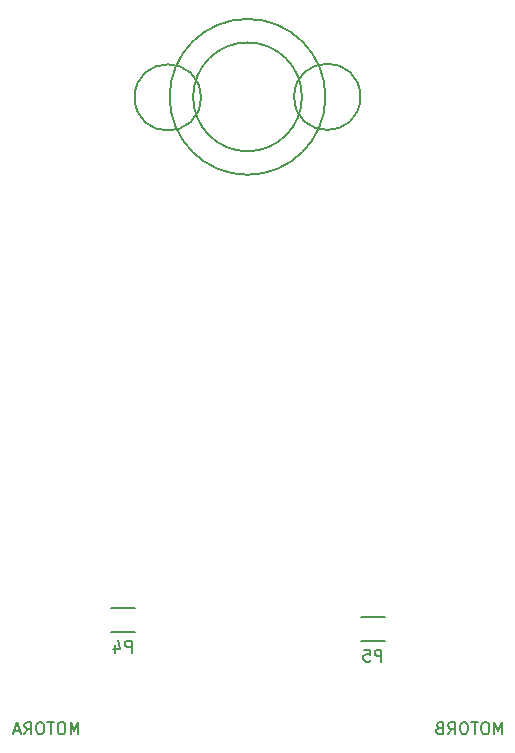
<source format=gbr>
G04 #@! TF.FileFunction,Legend,Bot*
%FSLAX46Y46*%
G04 Gerber Fmt 4.6, Leading zero omitted, Abs format (unit mm)*
G04 Created by KiCad (PCBNEW 4.0.4-stable) date 10/29/17 10:31:43*
%MOMM*%
%LPD*%
G01*
G04 APERTURE LIST*
%ADD10C,0.100000*%
%ADD11C,0.150000*%
G04 APERTURE END LIST*
D10*
D11*
X134950000Y-104825000D02*
X132950000Y-104825000D01*
X132950000Y-102775000D02*
X134950000Y-102775000D01*
X156100000Y-105575000D02*
X154100000Y-105575000D01*
X154100000Y-103525000D02*
X156100000Y-103525000D01*
X151096401Y-59490000D02*
G75*
G03X151096401Y-59490000I-6596401J0D01*
G01*
X140550000Y-59540000D02*
G75*
G03X140550000Y-59540000I-2800000J0D01*
G01*
X154051785Y-59490000D02*
G75*
G03X154051785Y-59490000I-2801785J0D01*
G01*
X149106517Y-59490000D02*
G75*
G03X149106517Y-59490000I-4606517J0D01*
G01*
X166061905Y-113452381D02*
X166061905Y-112452381D01*
X165728571Y-113166667D01*
X165395238Y-112452381D01*
X165395238Y-113452381D01*
X164728572Y-112452381D02*
X164538095Y-112452381D01*
X164442857Y-112500000D01*
X164347619Y-112595238D01*
X164300000Y-112785714D01*
X164300000Y-113119048D01*
X164347619Y-113309524D01*
X164442857Y-113404762D01*
X164538095Y-113452381D01*
X164728572Y-113452381D01*
X164823810Y-113404762D01*
X164919048Y-113309524D01*
X164966667Y-113119048D01*
X164966667Y-112785714D01*
X164919048Y-112595238D01*
X164823810Y-112500000D01*
X164728572Y-112452381D01*
X164014286Y-112452381D02*
X163442857Y-112452381D01*
X163728572Y-113452381D02*
X163728572Y-112452381D01*
X162919048Y-112452381D02*
X162728571Y-112452381D01*
X162633333Y-112500000D01*
X162538095Y-112595238D01*
X162490476Y-112785714D01*
X162490476Y-113119048D01*
X162538095Y-113309524D01*
X162633333Y-113404762D01*
X162728571Y-113452381D01*
X162919048Y-113452381D01*
X163014286Y-113404762D01*
X163109524Y-113309524D01*
X163157143Y-113119048D01*
X163157143Y-112785714D01*
X163109524Y-112595238D01*
X163014286Y-112500000D01*
X162919048Y-112452381D01*
X161490476Y-113452381D02*
X161823810Y-112976190D01*
X162061905Y-113452381D02*
X162061905Y-112452381D01*
X161680952Y-112452381D01*
X161585714Y-112500000D01*
X161538095Y-112547619D01*
X161490476Y-112642857D01*
X161490476Y-112785714D01*
X161538095Y-112880952D01*
X161585714Y-112928571D01*
X161680952Y-112976190D01*
X162061905Y-112976190D01*
X160728571Y-112928571D02*
X160585714Y-112976190D01*
X160538095Y-113023810D01*
X160490476Y-113119048D01*
X160490476Y-113261905D01*
X160538095Y-113357143D01*
X160585714Y-113404762D01*
X160680952Y-113452381D01*
X161061905Y-113452381D01*
X161061905Y-112452381D01*
X160728571Y-112452381D01*
X160633333Y-112500000D01*
X160585714Y-112547619D01*
X160538095Y-112642857D01*
X160538095Y-112738095D01*
X160585714Y-112833333D01*
X160633333Y-112880952D01*
X160728571Y-112928571D01*
X161061905Y-112928571D01*
X134688095Y-106552381D02*
X134688095Y-105552381D01*
X134307142Y-105552381D01*
X134211904Y-105600000D01*
X134164285Y-105647619D01*
X134116666Y-105742857D01*
X134116666Y-105885714D01*
X134164285Y-105980952D01*
X134211904Y-106028571D01*
X134307142Y-106076190D01*
X134688095Y-106076190D01*
X133259523Y-105885714D02*
X133259523Y-106552381D01*
X133497619Y-105504762D02*
X133735714Y-106219048D01*
X133116666Y-106219048D01*
X155838095Y-107302381D02*
X155838095Y-106302381D01*
X155457142Y-106302381D01*
X155361904Y-106350000D01*
X155314285Y-106397619D01*
X155266666Y-106492857D01*
X155266666Y-106635714D01*
X155314285Y-106730952D01*
X155361904Y-106778571D01*
X155457142Y-106826190D01*
X155838095Y-106826190D01*
X154361904Y-106302381D02*
X154838095Y-106302381D01*
X154885714Y-106778571D01*
X154838095Y-106730952D01*
X154742857Y-106683333D01*
X154504761Y-106683333D01*
X154409523Y-106730952D01*
X154361904Y-106778571D01*
X154314285Y-106873810D01*
X154314285Y-107111905D01*
X154361904Y-107207143D01*
X154409523Y-107254762D01*
X154504761Y-107302381D01*
X154742857Y-107302381D01*
X154838095Y-107254762D01*
X154885714Y-107207143D01*
X130180476Y-113452381D02*
X130180476Y-112452381D01*
X129847142Y-113166667D01*
X129513809Y-112452381D01*
X129513809Y-113452381D01*
X128847143Y-112452381D02*
X128656666Y-112452381D01*
X128561428Y-112500000D01*
X128466190Y-112595238D01*
X128418571Y-112785714D01*
X128418571Y-113119048D01*
X128466190Y-113309524D01*
X128561428Y-113404762D01*
X128656666Y-113452381D01*
X128847143Y-113452381D01*
X128942381Y-113404762D01*
X129037619Y-113309524D01*
X129085238Y-113119048D01*
X129085238Y-112785714D01*
X129037619Y-112595238D01*
X128942381Y-112500000D01*
X128847143Y-112452381D01*
X128132857Y-112452381D02*
X127561428Y-112452381D01*
X127847143Y-113452381D02*
X127847143Y-112452381D01*
X127037619Y-112452381D02*
X126847142Y-112452381D01*
X126751904Y-112500000D01*
X126656666Y-112595238D01*
X126609047Y-112785714D01*
X126609047Y-113119048D01*
X126656666Y-113309524D01*
X126751904Y-113404762D01*
X126847142Y-113452381D01*
X127037619Y-113452381D01*
X127132857Y-113404762D01*
X127228095Y-113309524D01*
X127275714Y-113119048D01*
X127275714Y-112785714D01*
X127228095Y-112595238D01*
X127132857Y-112500000D01*
X127037619Y-112452381D01*
X125609047Y-113452381D02*
X125942381Y-112976190D01*
X126180476Y-113452381D02*
X126180476Y-112452381D01*
X125799523Y-112452381D01*
X125704285Y-112500000D01*
X125656666Y-112547619D01*
X125609047Y-112642857D01*
X125609047Y-112785714D01*
X125656666Y-112880952D01*
X125704285Y-112928571D01*
X125799523Y-112976190D01*
X126180476Y-112976190D01*
X125228095Y-113166667D02*
X124751904Y-113166667D01*
X125323333Y-113452381D02*
X124990000Y-112452381D01*
X124656666Y-113452381D01*
M02*

</source>
